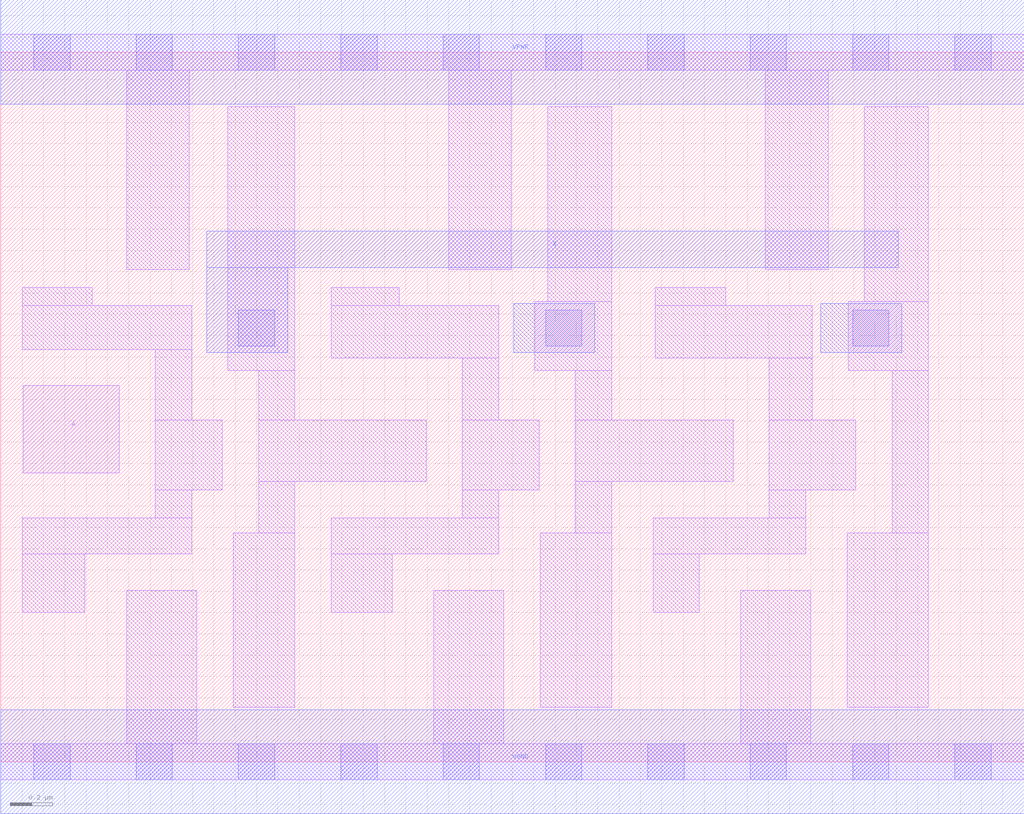
<source format=lef>
# Copyright 2020 The SkyWater PDK Authors
#
# Licensed under the Apache License, Version 2.0 (the "License");
# you may not use this file except in compliance with the License.
# You may obtain a copy of the License at
#
#     https://www.apache.org/licenses/LICENSE-2.0
#
# Unless required by applicable law or agreed to in writing, software
# distributed under the License is distributed on an "AS IS" BASIS,
# WITHOUT WARRANTIES OR CONDITIONS OF ANY KIND, either express or implied.
# See the License for the specific language governing permissions and
# limitations under the License.
#
# SPDX-License-Identifier: Apache-2.0

VERSION 5.7 ;
  NAMESCASESENSITIVE ON ;
  NOWIREEXTENSIONATPIN ON ;
  DIVIDERCHAR "/" ;
  BUSBITCHARS "[]" ;
UNITS
  DATABASE MICRONS 200 ;
END UNITS
MACRO sky130_fd_sc_ls__dlymetal6s2s_1
  CLASS CORE ;
  FOREIGN sky130_fd_sc_ls__dlymetal6s2s_1 ;
  ORIGIN  0.000000  0.000000 ;
  SIZE  4.800000 BY  3.330000 ;
  SYMMETRY X Y ;
  SITE unit ;
  PIN A
    ANTENNAGATEAREA  0.126000 ;
    DIRECTION INPUT ;
    USE SIGNAL ;
    PORT
      LAYER li1 ;
        RECT 0.105000 1.355000 0.555000 1.765000 ;
    END
  END A
  PIN X
    ANTENNADIFFAREA  0.504100 ;
    ANTENNAGATEAREA  0.126000 ;
    DIRECTION OUTPUT ;
    USE SIGNAL ;
    PORT
      LAYER met1 ;
        RECT 0.965000 1.920000 1.345000 2.320000 ;
        RECT 0.965000 2.320000 4.210000 2.490000 ;
    END
  END X
  PIN VGND
    DIRECTION INOUT ;
    SHAPE ABUTMENT ;
    USE GROUND ;
    PORT
      LAYER met1 ;
        RECT 0.000000 -0.245000 4.800000 0.245000 ;
    END
  END VGND
  PIN VPWR
    DIRECTION INOUT ;
    SHAPE ABUTMENT ;
    USE POWER ;
    PORT
      LAYER met1 ;
        RECT 0.000000 3.085000 4.800000 3.575000 ;
    END
  END VPWR
  OBS
    LAYER li1 ;
      RECT 0.000000 -0.085000 4.800000 0.085000 ;
      RECT 0.000000  3.245000 4.800000 3.415000 ;
      RECT 0.100000  0.700000 0.395000 0.975000 ;
      RECT 0.100000  0.975000 0.895000 1.145000 ;
      RECT 0.100000  1.935000 0.895000 2.140000 ;
      RECT 0.100000  2.140000 0.430000 2.225000 ;
      RECT 0.590000  0.085000 0.920000 0.805000 ;
      RECT 0.590000  2.310000 0.885000 3.245000 ;
      RECT 0.725000  1.145000 0.895000 1.275000 ;
      RECT 0.725000  1.275000 1.040000 1.605000 ;
      RECT 0.725000  1.605000 0.895000 1.935000 ;
      RECT 1.065000  1.835000 1.380000 3.075000 ;
      RECT 1.090000  0.255000 1.380000 1.075000 ;
      RECT 1.210000  1.075000 1.380000 1.315000 ;
      RECT 1.210000  1.315000 1.995000 1.605000 ;
      RECT 1.210000  1.605000 1.380000 1.835000 ;
      RECT 1.550000  0.700000 1.835000 0.975000 ;
      RECT 1.550000  0.975000 2.335000 1.145000 ;
      RECT 1.550000  1.895000 2.335000 2.140000 ;
      RECT 1.550000  2.140000 1.870000 2.225000 ;
      RECT 2.030000  0.085000 2.360000 0.805000 ;
      RECT 2.100000  2.310000 2.395000 3.245000 ;
      RECT 2.165000  1.145000 2.335000 1.275000 ;
      RECT 2.165000  1.275000 2.525000 1.605000 ;
      RECT 2.165000  1.605000 2.335000 1.895000 ;
      RECT 2.505000  1.835000 2.865000 2.160000 ;
      RECT 2.530000  0.255000 2.865000 1.075000 ;
      RECT 2.565000  2.160000 2.865000 3.075000 ;
      RECT 2.695000  1.075000 2.865000 1.315000 ;
      RECT 2.695000  1.315000 3.435000 1.605000 ;
      RECT 2.695000  1.605000 2.865000 1.835000 ;
      RECT 3.060000  0.700000 3.275000 0.975000 ;
      RECT 3.060000  0.975000 3.775000 1.145000 ;
      RECT 3.070000  1.895000 3.805000 2.140000 ;
      RECT 3.070000  2.140000 3.400000 2.225000 ;
      RECT 3.470000  0.085000 3.800000 0.805000 ;
      RECT 3.585000  2.310000 3.880000 3.245000 ;
      RECT 3.605000  1.145000 3.775000 1.275000 ;
      RECT 3.605000  1.275000 4.010000 1.605000 ;
      RECT 3.605000  1.605000 3.805000 1.895000 ;
      RECT 3.970000  0.255000 4.350000 1.075000 ;
      RECT 3.975000  1.835000 4.350000 2.160000 ;
      RECT 4.050000  2.160000 4.350000 3.075000 ;
      RECT 4.180000  1.075000 4.350000 1.835000 ;
    LAYER mcon ;
      RECT 0.155000 -0.085000 0.325000 0.085000 ;
      RECT 0.155000  3.245000 0.325000 3.415000 ;
      RECT 0.635000 -0.085000 0.805000 0.085000 ;
      RECT 0.635000  3.245000 0.805000 3.415000 ;
      RECT 1.115000 -0.085000 1.285000 0.085000 ;
      RECT 1.115000  1.950000 1.285000 2.120000 ;
      RECT 1.115000  3.245000 1.285000 3.415000 ;
      RECT 1.595000 -0.085000 1.765000 0.085000 ;
      RECT 1.595000  3.245000 1.765000 3.415000 ;
      RECT 2.075000 -0.085000 2.245000 0.085000 ;
      RECT 2.075000  3.245000 2.245000 3.415000 ;
      RECT 2.555000 -0.085000 2.725000 0.085000 ;
      RECT 2.555000  1.950000 2.725000 2.120000 ;
      RECT 2.555000  3.245000 2.725000 3.415000 ;
      RECT 3.035000 -0.085000 3.205000 0.085000 ;
      RECT 3.035000  3.245000 3.205000 3.415000 ;
      RECT 3.515000 -0.085000 3.685000 0.085000 ;
      RECT 3.515000  3.245000 3.685000 3.415000 ;
      RECT 3.995000 -0.085000 4.165000 0.085000 ;
      RECT 3.995000  1.950000 4.165000 2.120000 ;
      RECT 3.995000  3.245000 4.165000 3.415000 ;
      RECT 4.475000 -0.085000 4.645000 0.085000 ;
      RECT 4.475000  3.245000 4.645000 3.415000 ;
    LAYER met1 ;
      RECT 2.405000 1.920000 2.785000 2.150000 ;
      RECT 3.845000 1.920000 4.225000 2.150000 ;
  END
END sky130_fd_sc_ls__dlymetal6s2s_1
END LIBRARY

</source>
